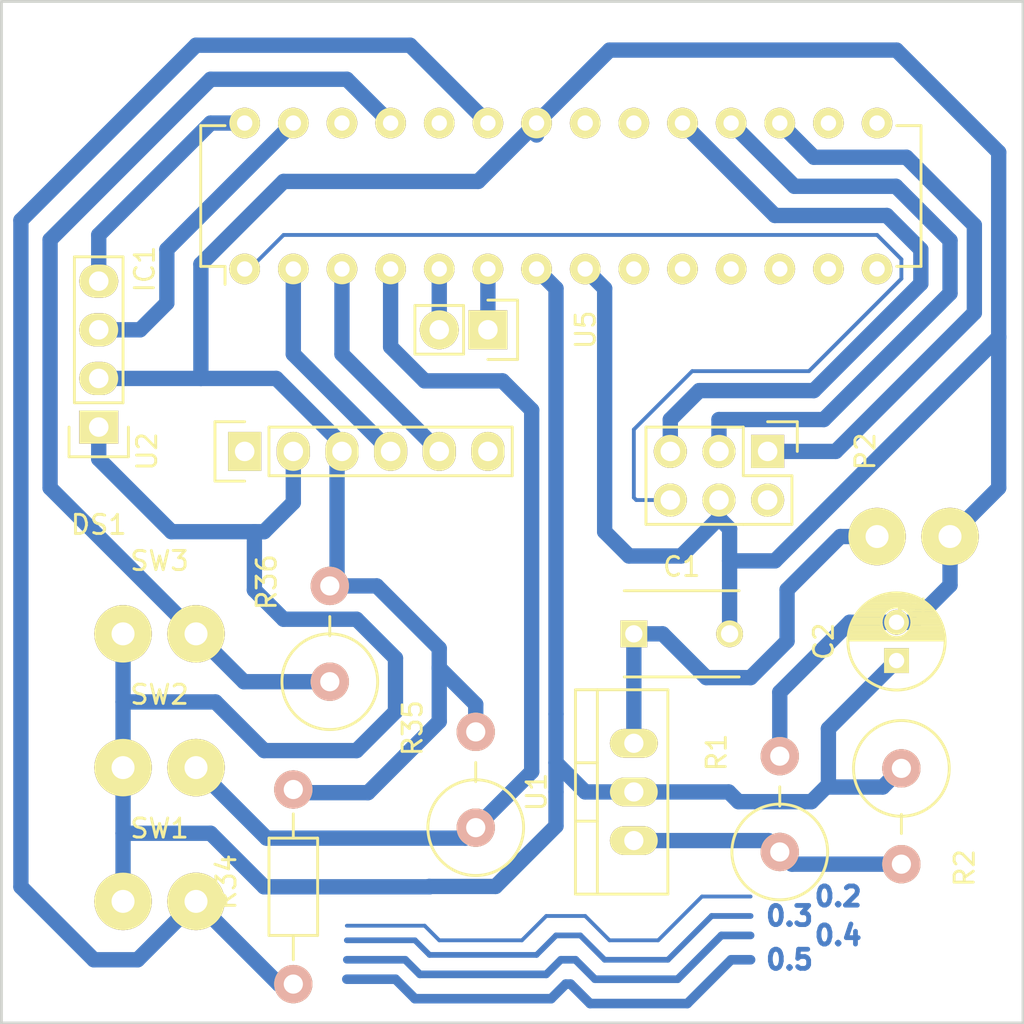
<source format=kicad_pcb>
(kicad_pcb (version 4) (host pcbnew 4.0.2-stable)

  (general
    (links 39)
    (no_connects 0)
    (area 90.070238 60.884999 143.585001 114.375001)
    (thickness 1.6)
    (drawings 8)
    (tracks 205)
    (zones 0)
    (modules 17)
    (nets 18)
  )

  (page A4)
  (layers
    (0 F.Cu signal hide)
    (31 B.Cu signal)
    (32 B.Adhes user hide)
    (33 F.Adhes user hide)
    (34 B.Paste user hide)
    (35 F.Paste user hide)
    (36 B.SilkS user hide)
    (37 F.SilkS user hide)
    (38 B.Mask user hide)
    (39 F.Mask user hide)
    (40 Dwgs.User user hide)
    (41 Cmts.User user hide)
    (42 Eco1.User user hide)
    (43 Eco2.User user hide)
    (44 Edge.Cuts user)
    (45 Margin user hide)
    (46 B.CrtYd user hide)
    (47 F.CrtYd user hide)
    (48 B.Fab user hide)
    (49 F.Fab user hide)
  )

  (setup
    (last_trace_width 0.8)
    (trace_clearance 0.2)
    (zone_clearance 0.508)
    (zone_45_only no)
    (trace_min 0.2)
    (segment_width 0.2)
    (edge_width 0.15)
    (via_size 0.8)
    (via_drill 0.4)
    (via_min_size 0.4)
    (via_min_drill 0.3)
    (uvia_size 0.3)
    (uvia_drill 0.1)
    (uvias_allowed no)
    (uvia_min_size 0.2)
    (uvia_min_drill 0.1)
    (pcb_text_width 0.3)
    (pcb_text_size 1.5 1.5)
    (mod_edge_width 0.15)
    (mod_text_size 1 1)
    (mod_text_width 0.15)
    (pad_size 1.524 1.524)
    (pad_drill 0.762)
    (pad_to_mask_clearance 0.2)
    (aux_axis_origin 0 0)
    (visible_elements 7FFC5401)
    (pcbplotparams
      (layerselection 0x00030_80000001)
      (usegerberextensions false)
      (excludeedgelayer true)
      (linewidth 0.100000)
      (plotframeref false)
      (viasonmask false)
      (mode 1)
      (useauxorigin false)
      (hpglpennumber 1)
      (hpglpenspeed 20)
      (hpglpendiameter 15)
      (hpglpenoverlay 2)
      (psnegative false)
      (psa4output false)
      (plotreference true)
      (plotvalue true)
      (plotinvisibletext false)
      (padsonsilk false)
      (subtractmaskfromsilk false)
      (outputformat 1)
      (mirror false)
      (drillshape 1)
      (scaleselection 1)
      (outputdirectory ../../../../Desktop/))
  )

  (net 0 "")
  (net 1 GND)
  (net 2 "Net-(DS1-Pad3)")
  (net 3 "Net-(DS1-Pad4)")
  (net 4 "Net-(IC1-Pad18)")
  (net 5 "Net-(IC1-Pad19)")
  (net 6 "Net-(IC1-Pad1)")
  (net 7 "Net-(IC1-Pad4)")
  (net 8 "Net-(IC1-Pad23)")
  (net 9 "Net-(IC1-Pad2)")
  (net 10 "Net-(IC1-Pad3)")
  (net 11 "Net-(IC1-Pad6)")
  (net 12 "Net-(IC1-Pad25)")
  (net 13 "Net-(C1-Pad1)")
  (net 14 /Controller/5V04)
  (net 15 "Net-(IC1-Pad5)")
  (net 16 "Net-(IC1-Pad17)")
  (net 17 "Net-(R1-Pad1)")

  (net_class Default "This is the default net class."
    (clearance 0.2)
    (trace_width 0.8)
    (via_dia 0.8)
    (via_drill 0.4)
    (uvia_dia 0.3)
    (uvia_drill 0.1)
    (add_net /Controller/5V04)
    (add_net GND)
    (add_net "Net-(C1-Pad1)")
    (add_net "Net-(DS1-Pad3)")
    (add_net "Net-(DS1-Pad4)")
    (add_net "Net-(IC1-Pad1)")
    (add_net "Net-(IC1-Pad17)")
    (add_net "Net-(IC1-Pad18)")
    (add_net "Net-(IC1-Pad19)")
    (add_net "Net-(IC1-Pad2)")
    (add_net "Net-(IC1-Pad23)")
    (add_net "Net-(IC1-Pad25)")
    (add_net "Net-(IC1-Pad3)")
    (add_net "Net-(IC1-Pad4)")
    (add_net "Net-(IC1-Pad5)")
    (add_net "Net-(IC1-Pad6)")
    (add_net "Net-(R1-Pad1)")
  )

  (net_class test ""
    (clearance 0.2)
    (trace_width 0.2)
    (via_dia 0.6)
    (via_drill 0.4)
    (uvia_dia 0.3)
    (uvia_drill 0.1)
  )

  (module Capacitors_ThroughHole:C_Radial_D5_L11_P2 placed (layer F.Cu) (tedit 0) (tstamp 57469FC0)
    (at 136.906 95.377 90)
    (descr "Radial Electrolytic Capacitor 5mm x Length 11mm, Pitch 2mm")
    (tags "Electrolytic Capacitor")
    (path /5717B094/573DC418)
    (fp_text reference C2 (at 1 -3.8 90) (layer F.SilkS)
      (effects (font (size 1 1) (thickness 0.15)))
    )
    (fp_text value 1uF (at 1 3.8 90) (layer F.Fab)
      (effects (font (size 1 1) (thickness 0.15)))
    )
    (fp_line (start 1.075 -2.499) (end 1.075 2.499) (layer F.SilkS) (width 0.15))
    (fp_line (start 1.215 -2.491) (end 1.215 -0.154) (layer F.SilkS) (width 0.15))
    (fp_line (start 1.215 0.154) (end 1.215 2.491) (layer F.SilkS) (width 0.15))
    (fp_line (start 1.355 -2.475) (end 1.355 -0.473) (layer F.SilkS) (width 0.15))
    (fp_line (start 1.355 0.473) (end 1.355 2.475) (layer F.SilkS) (width 0.15))
    (fp_line (start 1.495 -2.451) (end 1.495 -0.62) (layer F.SilkS) (width 0.15))
    (fp_line (start 1.495 0.62) (end 1.495 2.451) (layer F.SilkS) (width 0.15))
    (fp_line (start 1.635 -2.418) (end 1.635 -0.712) (layer F.SilkS) (width 0.15))
    (fp_line (start 1.635 0.712) (end 1.635 2.418) (layer F.SilkS) (width 0.15))
    (fp_line (start 1.775 -2.377) (end 1.775 -0.768) (layer F.SilkS) (width 0.15))
    (fp_line (start 1.775 0.768) (end 1.775 2.377) (layer F.SilkS) (width 0.15))
    (fp_line (start 1.915 -2.327) (end 1.915 -0.795) (layer F.SilkS) (width 0.15))
    (fp_line (start 1.915 0.795) (end 1.915 2.327) (layer F.SilkS) (width 0.15))
    (fp_line (start 2.055 -2.266) (end 2.055 -0.798) (layer F.SilkS) (width 0.15))
    (fp_line (start 2.055 0.798) (end 2.055 2.266) (layer F.SilkS) (width 0.15))
    (fp_line (start 2.195 -2.196) (end 2.195 -0.776) (layer F.SilkS) (width 0.15))
    (fp_line (start 2.195 0.776) (end 2.195 2.196) (layer F.SilkS) (width 0.15))
    (fp_line (start 2.335 -2.114) (end 2.335 -0.726) (layer F.SilkS) (width 0.15))
    (fp_line (start 2.335 0.726) (end 2.335 2.114) (layer F.SilkS) (width 0.15))
    (fp_line (start 2.475 -2.019) (end 2.475 -0.644) (layer F.SilkS) (width 0.15))
    (fp_line (start 2.475 0.644) (end 2.475 2.019) (layer F.SilkS) (width 0.15))
    (fp_line (start 2.615 -1.908) (end 2.615 -0.512) (layer F.SilkS) (width 0.15))
    (fp_line (start 2.615 0.512) (end 2.615 1.908) (layer F.SilkS) (width 0.15))
    (fp_line (start 2.755 -1.78) (end 2.755 -0.265) (layer F.SilkS) (width 0.15))
    (fp_line (start 2.755 0.265) (end 2.755 1.78) (layer F.SilkS) (width 0.15))
    (fp_line (start 2.895 -1.631) (end 2.895 1.631) (layer F.SilkS) (width 0.15))
    (fp_line (start 3.035 -1.452) (end 3.035 1.452) (layer F.SilkS) (width 0.15))
    (fp_line (start 3.175 -1.233) (end 3.175 1.233) (layer F.SilkS) (width 0.15))
    (fp_line (start 3.315 -0.944) (end 3.315 0.944) (layer F.SilkS) (width 0.15))
    (fp_line (start 3.455 -0.472) (end 3.455 0.472) (layer F.SilkS) (width 0.15))
    (fp_circle (center 2 0) (end 2 -0.8) (layer F.SilkS) (width 0.15))
    (fp_circle (center 1 0) (end 1 -2.5375) (layer F.SilkS) (width 0.15))
    (fp_circle (center 1 0) (end 1 -2.8) (layer F.CrtYd) (width 0.05))
    (pad 1 thru_hole rect (at 0 0 90) (size 1.3 1.3) (drill 0.8) (layers *.Cu *.Mask F.SilkS)
      (net 14 /Controller/5V04))
    (pad 2 thru_hole circle (at 2 0 90) (size 1.3 1.3) (drill 0.8) (layers *.Cu *.Mask F.SilkS)
      (net 1 GND))
    (model Capacitors_ThroughHole.3dshapes/C_Radial_D5_L11_P2.wrl
      (at (xyz 0 0 0))
      (scale (xyz 1 1 1))
      (rotate (xyz 0 0 0))
    )
  )

  (module Resistors_ThroughHole:Resistor_Vertical_RM5mm placed (layer F.Cu) (tedit 0) (tstamp 573386CC)
    (at 114.935 101.6 90)
    (descr "Resistor, Vertical, RM 5mm, 1/3W,")
    (tags "Resistor, Vertical, RM 5mm, 1/3W,")
    (path /5717B094/5717E455)
    (fp_text reference R35 (at 2.70002 -3.29946 90) (layer F.SilkS)
      (effects (font (size 1 1) (thickness 0.15)))
    )
    (fp_text value 1k (at 0 4.50088 90) (layer F.Fab)
      (effects (font (size 1 1) (thickness 0.15)))
    )
    (fp_line (start -0.09906 0) (end 0.9017 0) (layer F.SilkS) (width 0.15))
    (fp_circle (center -2.49936 0) (end 0 0) (layer F.SilkS) (width 0.15))
    (pad 1 thru_hole circle (at -2.49936 0 90) (size 1.99898 1.99898) (drill 1.00076) (layers *.Cu *.SilkS *.Mask)
      (net 7 "Net-(IC1-Pad4)"))
    (pad 2 thru_hole circle (at 2.5019 0 90) (size 1.99898 1.99898) (drill 1.00076) (layers *.Cu *.SilkS *.Mask)
      (net 1 GND))
  )

  (module Resistors_ThroughHole:Resistor_Vertical_RM5mm placed (layer F.Cu) (tedit 0) (tstamp 573386D2)
    (at 107.315 93.98 90)
    (descr "Resistor, Vertical, RM 5mm, 1/3W,")
    (tags "Resistor, Vertical, RM 5mm, 1/3W,")
    (path /5717B094/5717E48F)
    (fp_text reference R36 (at 2.70002 -3.29946 90) (layer F.SilkS)
      (effects (font (size 1 1) (thickness 0.15)))
    )
    (fp_text value 1k (at 0 4.50088 90) (layer F.Fab)
      (effects (font (size 1 1) (thickness 0.15)))
    )
    (fp_line (start -0.09906 0) (end 0.9017 0) (layer F.SilkS) (width 0.15))
    (fp_circle (center -2.49936 0) (end 0 0) (layer F.SilkS) (width 0.15))
    (pad 1 thru_hole circle (at -2.49936 0 90) (size 1.99898 1.99898) (drill 1.00076) (layers *.Cu *.SilkS *.Mask)
      (net 12 "Net-(IC1-Pad25)"))
    (pad 2 thru_hole circle (at 2.5019 0 90) (size 1.99898 1.99898) (drill 1.00076) (layers *.Cu *.SilkS *.Mask)
      (net 1 GND))
  )

  (module Housings_DIP:DIP-28_W7.62mm placed (layer F.Cu) (tedit 54130A77) (tstamp 57339A5B)
    (at 102.87 74.93 90)
    (descr "28-lead dip package, row spacing 7.62 mm (300 mils)")
    (tags "dil dip 2.54 300")
    (path /5717B094/573E38C5)
    (fp_text reference IC1 (at 0 -5.22 90) (layer F.SilkS)
      (effects (font (size 1 1) (thickness 0.15)))
    )
    (fp_text value ATMEGA168-P (at 0 -3.72 90) (layer F.Fab)
      (effects (font (size 1 1) (thickness 0.15)))
    )
    (fp_line (start -1.05 -2.45) (end -1.05 35.5) (layer F.CrtYd) (width 0.05))
    (fp_line (start 8.65 -2.45) (end 8.65 35.5) (layer F.CrtYd) (width 0.05))
    (fp_line (start -1.05 -2.45) (end 8.65 -2.45) (layer F.CrtYd) (width 0.05))
    (fp_line (start -1.05 35.5) (end 8.65 35.5) (layer F.CrtYd) (width 0.05))
    (fp_line (start 0.135 -2.295) (end 0.135 -1.025) (layer F.SilkS) (width 0.15))
    (fp_line (start 7.485 -2.295) (end 7.485 -1.025) (layer F.SilkS) (width 0.15))
    (fp_line (start 7.485 35.315) (end 7.485 34.045) (layer F.SilkS) (width 0.15))
    (fp_line (start 0.135 35.315) (end 0.135 34.045) (layer F.SilkS) (width 0.15))
    (fp_line (start 0.135 -2.295) (end 7.485 -2.295) (layer F.SilkS) (width 0.15))
    (fp_line (start 0.135 35.315) (end 7.485 35.315) (layer F.SilkS) (width 0.15))
    (fp_line (start 0.135 -1.025) (end -0.8 -1.025) (layer F.SilkS) (width 0.15))
    (pad 1 thru_hole oval (at 0 0 90) (size 1.6 1.6) (drill 0.8) (layers *.Cu *.Mask F.SilkS)
      (net 6 "Net-(IC1-Pad1)"))
    (pad 2 thru_hole oval (at 0 2.54 90) (size 1.6 1.6) (drill 0.8) (layers *.Cu *.Mask F.SilkS)
      (net 9 "Net-(IC1-Pad2)"))
    (pad 3 thru_hole oval (at 0 5.08 90) (size 1.6 1.6) (drill 0.8) (layers *.Cu *.Mask F.SilkS)
      (net 10 "Net-(IC1-Pad3)"))
    (pad 4 thru_hole oval (at 0 7.62 90) (size 1.6 1.6) (drill 0.8) (layers *.Cu *.Mask F.SilkS)
      (net 7 "Net-(IC1-Pad4)"))
    (pad 5 thru_hole oval (at 0 10.16 90) (size 1.6 1.6) (drill 0.8) (layers *.Cu *.Mask F.SilkS)
      (net 15 "Net-(IC1-Pad5)"))
    (pad 6 thru_hole oval (at 0 12.7 90) (size 1.6 1.6) (drill 0.8) (layers *.Cu *.Mask F.SilkS)
      (net 11 "Net-(IC1-Pad6)"))
    (pad 7 thru_hole oval (at 0 15.24 90) (size 1.6 1.6) (drill 0.8) (layers *.Cu *.Mask F.SilkS)
      (net 14 /Controller/5V04))
    (pad 8 thru_hole oval (at 0 17.78 90) (size 1.6 1.6) (drill 0.8) (layers *.Cu *.Mask F.SilkS)
      (net 1 GND))
    (pad 9 thru_hole oval (at 0 20.32 90) (size 1.6 1.6) (drill 0.8) (layers *.Cu *.Mask F.SilkS))
    (pad 10 thru_hole oval (at 0 22.86 90) (size 1.6 1.6) (drill 0.8) (layers *.Cu *.Mask F.SilkS))
    (pad 11 thru_hole oval (at 0 25.4 90) (size 1.6 1.6) (drill 0.8) (layers *.Cu *.Mask F.SilkS))
    (pad 12 thru_hole oval (at 0 27.94 90) (size 1.6 1.6) (drill 0.8) (layers *.Cu *.Mask F.SilkS))
    (pad 13 thru_hole oval (at 0 30.48 90) (size 1.6 1.6) (drill 0.8) (layers *.Cu *.Mask F.SilkS))
    (pad 14 thru_hole oval (at 0 33.02 90) (size 1.6 1.6) (drill 0.8) (layers *.Cu *.Mask F.SilkS))
    (pad 15 thru_hole oval (at 7.62 33.02 90) (size 1.6 1.6) (drill 0.8) (layers *.Cu *.Mask F.SilkS))
    (pad 16 thru_hole oval (at 7.62 30.48 90) (size 1.6 1.6) (drill 0.8) (layers *.Cu *.Mask F.SilkS))
    (pad 17 thru_hole oval (at 7.62 27.94 90) (size 1.6 1.6) (drill 0.8) (layers *.Cu *.Mask F.SilkS)
      (net 16 "Net-(IC1-Pad17)"))
    (pad 18 thru_hole oval (at 7.62 25.4 90) (size 1.6 1.6) (drill 0.8) (layers *.Cu *.Mask F.SilkS)
      (net 4 "Net-(IC1-Pad18)"))
    (pad 19 thru_hole oval (at 7.62 22.86 90) (size 1.6 1.6) (drill 0.8) (layers *.Cu *.Mask F.SilkS)
      (net 5 "Net-(IC1-Pad19)"))
    (pad 20 thru_hole oval (at 7.62 20.32 90) (size 1.6 1.6) (drill 0.8) (layers *.Cu *.Mask F.SilkS))
    (pad 21 thru_hole oval (at 7.62 17.78 90) (size 1.6 1.6) (drill 0.8) (layers *.Cu *.Mask F.SilkS))
    (pad 22 thru_hole oval (at 7.62 15.24 90) (size 1.6 1.6) (drill 0.8) (layers *.Cu *.Mask F.SilkS)
      (net 1 GND))
    (pad 23 thru_hole oval (at 7.62 12.7 90) (size 1.6 1.6) (drill 0.8) (layers *.Cu *.Mask F.SilkS)
      (net 8 "Net-(IC1-Pad23)"))
    (pad 24 thru_hole oval (at 7.62 10.16 90) (size 1.6 1.6) (drill 0.8) (layers *.Cu *.Mask F.SilkS))
    (pad 25 thru_hole oval (at 7.62 7.62 90) (size 1.6 1.6) (drill 0.8) (layers *.Cu *.Mask F.SilkS)
      (net 12 "Net-(IC1-Pad25)"))
    (pad 26 thru_hole oval (at 7.62 5.08 90) (size 1.6 1.6) (drill 0.8) (layers *.Cu *.Mask F.SilkS))
    (pad 27 thru_hole oval (at 7.62 2.54 90) (size 1.6 1.6) (drill 0.8) (layers *.Cu *.Mask F.SilkS)
      (net 2 "Net-(DS1-Pad3)"))
    (pad 28 thru_hole oval (at 7.62 0 90) (size 1.6 1.6) (drill 0.8) (layers *.Cu *.Mask F.SilkS)
      (net 3 "Net-(DS1-Pad4)"))
    (model Housings_DIP.3dshapes/DIP-28_W7.62mm.wrl
      (at (xyz 0 0 0))
      (scale (xyz 1 1 1))
      (rotate (xyz 0 0 0))
    )
  )

  (module Capacitors_ThroughHole:C_Disc_D6_P5 placed (layer F.Cu) (tedit 0) (tstamp 573D8CD4)
    (at 123.19 93.98)
    (descr "Capacitor 6mm Disc, Pitch 5mm")
    (tags Capacitor)
    (path /5717B094/573DC3D7)
    (fp_text reference C1 (at 2.5 -3.5) (layer F.SilkS)
      (effects (font (size 1 1) (thickness 0.15)))
    )
    (fp_text value 0.1uF (at 2.5 3.5) (layer F.Fab)
      (effects (font (size 1 1) (thickness 0.15)))
    )
    (fp_line (start -0.95 -2.5) (end 5.95 -2.5) (layer F.CrtYd) (width 0.05))
    (fp_line (start 5.95 -2.5) (end 5.95 2.5) (layer F.CrtYd) (width 0.05))
    (fp_line (start 5.95 2.5) (end -0.95 2.5) (layer F.CrtYd) (width 0.05))
    (fp_line (start -0.95 2.5) (end -0.95 -2.5) (layer F.CrtYd) (width 0.05))
    (fp_line (start -0.5 -2.25) (end 5.5 -2.25) (layer F.SilkS) (width 0.15))
    (fp_line (start 5.5 2.25) (end -0.5 2.25) (layer F.SilkS) (width 0.15))
    (pad 1 thru_hole rect (at 0 0) (size 1.4 1.4) (drill 0.9) (layers *.Cu *.Mask F.SilkS)
      (net 13 "Net-(C1-Pad1)"))
    (pad 2 thru_hole circle (at 5 0) (size 1.4 1.4) (drill 0.9) (layers *.Cu *.Mask F.SilkS)
      (net 1 GND))
    (model Capacitors_ThroughHole.3dshapes/C_Disc_D6_P5.wrl
      (at (xyz 0.0984252 0 0))
      (scale (xyz 1 1 1))
      (rotate (xyz 0 0 0))
    )
  )

  (module Holes:SolderWirePad1mmmodified placed (layer F.Cu) (tedit 573C75B6) (tstamp 573D8CDE)
    (at 137.795 88.9 180)
    (path /5717B094/573DC88C)
    (fp_text reference P1 (at 0 -3.81 180) (layer F.SilkS)
      (effects (font (size 1 1) (thickness 0.15)))
    )
    (fp_text value 9V (at 0.635 3.81 180) (layer F.Fab)
      (effects (font (size 1 1) (thickness 0.15)))
    )
    (pad 1 thru_hole circle (at -1.905 0 180) (size 2.99974 2.99974) (drill 1.19888) (layers *.Cu *.Mask F.SilkS)
      (net 1 GND))
    (pad 2 thru_hole circle (at 1.905 0 180) (size 2.99974 2.99974) (drill 1.19888) (layers *.Cu *.Mask F.SilkS)
      (net 13 "Net-(C1-Pad1)"))
  )

  (module Pin_Headers:Pin_Header_Straight_2x03 placed (layer F.Cu) (tedit 54EA0A4B) (tstamp 573D8CEC)
    (at 130.175 84.455 270)
    (descr "Through hole pin header")
    (tags "pin header")
    (path /5717B094/573E0FB7)
    (fp_text reference P2 (at 0 -5.1 270) (layer F.SilkS)
      (effects (font (size 1 1) (thickness 0.15)))
    )
    (fp_text value SPI (at 0 -3.1 270) (layer F.Fab)
      (effects (font (size 1 1) (thickness 0.15)))
    )
    (fp_line (start -1.27 1.27) (end -1.27 6.35) (layer F.SilkS) (width 0.15))
    (fp_line (start -1.55 -1.55) (end 0 -1.55) (layer F.SilkS) (width 0.15))
    (fp_line (start -1.75 -1.75) (end -1.75 6.85) (layer F.CrtYd) (width 0.05))
    (fp_line (start 4.3 -1.75) (end 4.3 6.85) (layer F.CrtYd) (width 0.05))
    (fp_line (start -1.75 -1.75) (end 4.3 -1.75) (layer F.CrtYd) (width 0.05))
    (fp_line (start -1.75 6.85) (end 4.3 6.85) (layer F.CrtYd) (width 0.05))
    (fp_line (start 1.27 -1.27) (end 1.27 1.27) (layer F.SilkS) (width 0.15))
    (fp_line (start 1.27 1.27) (end -1.27 1.27) (layer F.SilkS) (width 0.15))
    (fp_line (start -1.27 6.35) (end 3.81 6.35) (layer F.SilkS) (width 0.15))
    (fp_line (start 3.81 6.35) (end 3.81 1.27) (layer F.SilkS) (width 0.15))
    (fp_line (start -1.55 -1.55) (end -1.55 0) (layer F.SilkS) (width 0.15))
    (fp_line (start 3.81 -1.27) (end 1.27 -1.27) (layer F.SilkS) (width 0.15))
    (fp_line (start 3.81 1.27) (end 3.81 -1.27) (layer F.SilkS) (width 0.15))
    (pad 1 thru_hole rect (at 0 0 270) (size 1.7272 1.7272) (drill 1.016) (layers *.Cu *.Mask F.SilkS)
      (net 16 "Net-(IC1-Pad17)"))
    (pad 2 thru_hole oval (at 2.54 0 270) (size 1.7272 1.7272) (drill 1.016) (layers *.Cu *.Mask F.SilkS))
    (pad 3 thru_hole oval (at 0 2.54 270) (size 1.7272 1.7272) (drill 1.016) (layers *.Cu *.Mask F.SilkS)
      (net 4 "Net-(IC1-Pad18)"))
    (pad 4 thru_hole oval (at 2.54 2.54 270) (size 1.7272 1.7272) (drill 1.016) (layers *.Cu *.Mask F.SilkS)
      (net 1 GND))
    (pad 5 thru_hole oval (at 0 5.08 270) (size 1.7272 1.7272) (drill 1.016) (layers *.Cu *.Mask F.SilkS)
      (net 5 "Net-(IC1-Pad19)"))
    (pad 6 thru_hole oval (at 2.54 5.08 270) (size 1.7272 1.7272) (drill 1.016) (layers *.Cu *.Mask F.SilkS)
      (net 6 "Net-(IC1-Pad1)"))
    (model Pin_Headers.3dshapes/Pin_Header_Straight_2x03.wrl
      (at (xyz 0.05 -0.1 0))
      (scale (xyz 1 1 1))
      (rotate (xyz 0 0 90))
    )
  )

  (module TO_SOT_Packages_THT:TO-220_Neutral123_Vertical placed (layer F.Cu) (tedit 0) (tstamp 573D8CF7)
    (at 123.19 102.235 90)
    (descr "TO-220, Neutral, Vertical,")
    (tags "TO-220, Neutral, Vertical,")
    (path /5717B094/573DC02D)
    (fp_text reference U1 (at 0 -5.08 90) (layer F.SilkS)
      (effects (font (size 1 1) (thickness 0.15)))
    )
    (fp_text value LM317_SOT223 (at 0 3.81 90) (layer F.Fab)
      (effects (font (size 1 1) (thickness 0.15)))
    )
    (fp_line (start -1.524 -3.048) (end -1.524 -1.905) (layer F.SilkS) (width 0.15))
    (fp_line (start 1.524 -3.048) (end 1.524 -1.905) (layer F.SilkS) (width 0.15))
    (fp_line (start 5.334 -1.905) (end 5.334 1.778) (layer F.SilkS) (width 0.15))
    (fp_line (start 5.334 1.778) (end -5.334 1.778) (layer F.SilkS) (width 0.15))
    (fp_line (start -5.334 1.778) (end -5.334 -1.905) (layer F.SilkS) (width 0.15))
    (fp_line (start 5.334 -3.048) (end 5.334 -1.905) (layer F.SilkS) (width 0.15))
    (fp_line (start 5.334 -1.905) (end -5.334 -1.905) (layer F.SilkS) (width 0.15))
    (fp_line (start -5.334 -1.905) (end -5.334 -3.048) (layer F.SilkS) (width 0.15))
    (fp_line (start 0 -3.048) (end -5.334 -3.048) (layer F.SilkS) (width 0.15))
    (fp_line (start 0 -3.048) (end 5.334 -3.048) (layer F.SilkS) (width 0.15))
    (pad 2 thru_hole oval (at 0 0 180) (size 2.49936 1.50114) (drill 1.00076) (layers *.Cu *.Mask F.SilkS)
      (net 14 /Controller/5V04))
    (pad 1 thru_hole oval (at -2.54 0 180) (size 2.49936 1.50114) (drill 1.00076) (layers *.Cu *.Mask F.SilkS)
      (net 17 "Net-(R1-Pad1)"))
    (pad 3 thru_hole oval (at 2.54 0 180) (size 2.49936 1.50114) (drill 1.00076) (layers *.Cu *.Mask F.SilkS)
      (net 13 "Net-(C1-Pad1)"))
    (model TO_SOT_Packages_THT.3dshapes/TO-220_Neutral123_Vertical.wrl
      (at (xyz 0 0 0))
      (scale (xyz 0.3937 0.3937 0.3937))
      (rotate (xyz 0 0 0))
    )
  )

  (module Pin_Headers:Pin_Header_Straight_1x06 placed (layer F.Cu) (tedit 0) (tstamp 573D8CFD)
    (at 102.87 84.455 90)
    (descr "Through hole pin header")
    (tags "pin header")
    (path /5717B094/573D88C1)
    (fp_text reference U2 (at 0 -5.1 90) (layer F.SilkS)
      (effects (font (size 1 1) (thickness 0.15)))
    )
    (fp_text value BlueSmirf (at 0 -3.1 90) (layer F.Fab)
      (effects (font (size 1 1) (thickness 0.15)))
    )
    (fp_line (start -1.75 -1.75) (end -1.75 14.45) (layer F.CrtYd) (width 0.05))
    (fp_line (start 1.75 -1.75) (end 1.75 14.45) (layer F.CrtYd) (width 0.05))
    (fp_line (start -1.75 -1.75) (end 1.75 -1.75) (layer F.CrtYd) (width 0.05))
    (fp_line (start -1.75 14.45) (end 1.75 14.45) (layer F.CrtYd) (width 0.05))
    (fp_line (start 1.27 1.27) (end 1.27 13.97) (layer F.SilkS) (width 0.15))
    (fp_line (start 1.27 13.97) (end -1.27 13.97) (layer F.SilkS) (width 0.15))
    (fp_line (start -1.27 13.97) (end -1.27 1.27) (layer F.SilkS) (width 0.15))
    (fp_line (start 1.55 -1.55) (end 1.55 0) (layer F.SilkS) (width 0.15))
    (fp_line (start 1.27 1.27) (end -1.27 1.27) (layer F.SilkS) (width 0.15))
    (fp_line (start -1.55 0) (end -1.55 -1.55) (layer F.SilkS) (width 0.15))
    (fp_line (start -1.55 -1.55) (end 1.55 -1.55) (layer F.SilkS) (width 0.15))
    (pad 1 thru_hole rect (at 0 0 90) (size 2.032 1.7272) (drill 1.016) (layers *.Cu *.Mask F.SilkS))
    (pad 2 thru_hole oval (at 0 2.54 90) (size 2.032 1.7272) (drill 1.016) (layers *.Cu *.Mask F.SilkS)
      (net 14 /Controller/5V04))
    (pad 3 thru_hole oval (at 0 5.08 90) (size 2.032 1.7272) (drill 1.016) (layers *.Cu *.Mask F.SilkS)
      (net 1 GND))
    (pad 4 thru_hole oval (at 0 7.62 90) (size 2.032 1.7272) (drill 1.016) (layers *.Cu *.Mask F.SilkS)
      (net 9 "Net-(IC1-Pad2)"))
    (pad 5 thru_hole oval (at 0 10.16 90) (size 2.032 1.7272) (drill 1.016) (layers *.Cu *.Mask F.SilkS)
      (net 10 "Net-(IC1-Pad3)"))
    (pad 6 thru_hole oval (at 0 12.7 90) (size 2.032 1.7272) (drill 1.016) (layers *.Cu *.Mask F.SilkS))
    (model Pin_Headers.3dshapes/Pin_Header_Straight_1x06.wrl
      (at (xyz 0 -0.25 0))
      (scale (xyz 1 1 1))
      (rotate (xyz 0 0 90))
    )
  )

  (module Pin_Headers:Pin_Header_Straight_1x04 placed (layer F.Cu) (tedit 0) (tstamp 573D8F11)
    (at 95.25 83.185 180)
    (descr "Through hole pin header")
    (tags "pin header")
    (path /5717B094/5717CD37)
    (fp_text reference DS1 (at 0 -5.1 180) (layer F.SilkS)
      (effects (font (size 1 1) (thickness 0.15)))
    )
    (fp_text value I2C_LCD16X2 (at 0 -3.1 180) (layer F.Fab)
      (effects (font (size 1 1) (thickness 0.15)))
    )
    (fp_line (start -1.75 -1.75) (end -1.75 9.4) (layer F.CrtYd) (width 0.05))
    (fp_line (start 1.75 -1.75) (end 1.75 9.4) (layer F.CrtYd) (width 0.05))
    (fp_line (start -1.75 -1.75) (end 1.75 -1.75) (layer F.CrtYd) (width 0.05))
    (fp_line (start -1.75 9.4) (end 1.75 9.4) (layer F.CrtYd) (width 0.05))
    (fp_line (start -1.27 1.27) (end -1.27 8.89) (layer F.SilkS) (width 0.15))
    (fp_line (start 1.27 1.27) (end 1.27 8.89) (layer F.SilkS) (width 0.15))
    (fp_line (start 1.55 -1.55) (end 1.55 0) (layer F.SilkS) (width 0.15))
    (fp_line (start -1.27 8.89) (end 1.27 8.89) (layer F.SilkS) (width 0.15))
    (fp_line (start 1.27 1.27) (end -1.27 1.27) (layer F.SilkS) (width 0.15))
    (fp_line (start -1.55 0) (end -1.55 -1.55) (layer F.SilkS) (width 0.15))
    (fp_line (start -1.55 -1.55) (end 1.55 -1.55) (layer F.SilkS) (width 0.15))
    (pad 1 thru_hole rect (at 0 0 180) (size 2.032 1.7272) (drill 1.016) (layers *.Cu *.Mask F.SilkS)
      (net 14 /Controller/5V04))
    (pad 2 thru_hole oval (at 0 2.54 180) (size 2.032 1.7272) (drill 1.016) (layers *.Cu *.Mask F.SilkS)
      (net 1 GND))
    (pad 3 thru_hole oval (at 0 5.08 180) (size 2.032 1.7272) (drill 1.016) (layers *.Cu *.Mask F.SilkS)
      (net 2 "Net-(DS1-Pad3)"))
    (pad 4 thru_hole oval (at 0 7.62 180) (size 2.032 1.7272) (drill 1.016) (layers *.Cu *.Mask F.SilkS)
      (net 3 "Net-(DS1-Pad4)"))
    (model Pin_Headers.3dshapes/Pin_Header_Straight_1x04.wrl
      (at (xyz 0 -0.15 0))
      (scale (xyz 1 1 1))
      (rotate (xyz 0 0 90))
    )
  )

  (module Resistors_ThroughHole:Resistor_Vertical_RM5mm (layer F.Cu) (tedit 0) (tstamp 573D90F6)
    (at 130.81 102.87 90)
    (descr "Resistor, Vertical, RM 5mm, 1/3W,")
    (tags "Resistor, Vertical, RM 5mm, 1/3W,")
    (path /5717B094/573DC39C)
    (fp_text reference R1 (at 2.70002 -3.29946 90) (layer F.SilkS)
      (effects (font (size 1 1) (thickness 0.15)))
    )
    (fp_text value 1k (at 0 4.50088 90) (layer F.Fab)
      (effects (font (size 1 1) (thickness 0.15)))
    )
    (fp_line (start -0.09906 0) (end 0.9017 0) (layer F.SilkS) (width 0.15))
    (fp_circle (center -2.49936 0) (end 0 0) (layer F.SilkS) (width 0.15))
    (pad 1 thru_hole circle (at -2.49936 0 90) (size 1.99898 1.99898) (drill 1.00076) (layers *.Cu *.SilkS *.Mask)
      (net 17 "Net-(R1-Pad1)"))
    (pad 2 thru_hole circle (at 2.5019 0 90) (size 1.99898 1.99898) (drill 1.00076) (layers *.Cu *.SilkS *.Mask)
      (net 1 GND))
  )

  (module Resistors_ThroughHole:Resistor_Vertical_RM5mm (layer F.Cu) (tedit 0) (tstamp 573D90FB)
    (at 137.16 103.505 270)
    (descr "Resistor, Vertical, RM 5mm, 1/3W,")
    (tags "Resistor, Vertical, RM 5mm, 1/3W,")
    (path /5717B094/573DC2FF)
    (fp_text reference R2 (at 2.70002 -3.29946 270) (layer F.SilkS)
      (effects (font (size 1 1) (thickness 0.15)))
    )
    (fp_text value 330 (at 0 4.50088 270) (layer F.Fab)
      (effects (font (size 1 1) (thickness 0.15)))
    )
    (fp_line (start -0.09906 0) (end 0.9017 0) (layer F.SilkS) (width 0.15))
    (fp_circle (center -2.49936 0) (end 0 0) (layer F.SilkS) (width 0.15))
    (pad 1 thru_hole circle (at -2.49936 0 270) (size 1.99898 1.99898) (drill 1.00076) (layers *.Cu *.SilkS *.Mask)
      (net 14 /Controller/5V04))
    (pad 2 thru_hole circle (at 2.5019 0 270) (size 1.99898 1.99898) (drill 1.00076) (layers *.Cu *.SilkS *.Mask)
      (net 17 "Net-(R1-Pad1)"))
  )

  (module Holes:SolderWirePad1mmmodified (layer F.Cu) (tedit 573C75B6) (tstamp 573D9100)
    (at 98.425 107.95)
    (path /5717B094/5717DAA2)
    (fp_text reference SW1 (at 0 -3.81) (layer F.SilkS)
      (effects (font (size 1 1) (thickness 0.15)))
    )
    (fp_text value Reverse (at 0.635 3.81) (layer F.Fab)
      (effects (font (size 1 1) (thickness 0.15)))
    )
    (pad 1 thru_hole circle (at -1.905 0) (size 2.99974 2.99974) (drill 1.19888) (layers *.Cu *.Mask F.SilkS)
      (net 14 /Controller/5V04))
    (pad 2 thru_hole circle (at 1.905 0) (size 2.99974 2.99974) (drill 1.19888) (layers *.Cu *.Mask F.SilkS)
      (net 8 "Net-(IC1-Pad23)"))
  )

  (module Holes:SolderWirePad1mmmodified (layer F.Cu) (tedit 573C75B6) (tstamp 573D9105)
    (at 98.425 100.965)
    (path /5717B094/5717DAF5)
    (fp_text reference SW2 (at 0 -3.81) (layer F.SilkS)
      (effects (font (size 1 1) (thickness 0.15)))
    )
    (fp_text value Pairing (at 0.635 3.81) (layer F.Fab)
      (effects (font (size 1 1) (thickness 0.15)))
    )
    (pad 1 thru_hole circle (at -1.905 0) (size 2.99974 2.99974) (drill 1.19888) (layers *.Cu *.Mask F.SilkS)
      (net 14 /Controller/5V04))
    (pad 2 thru_hole circle (at 1.905 0) (size 2.99974 2.99974) (drill 1.19888) (layers *.Cu *.Mask F.SilkS)
      (net 7 "Net-(IC1-Pad4)"))
  )

  (module Holes:SolderWirePad1mmmodified (layer F.Cu) (tedit 573C75B6) (tstamp 573D910A)
    (at 98.425 93.98)
    (path /5717B094/5717DB44)
    (fp_text reference SW3 (at 0 -3.81) (layer F.SilkS)
      (effects (font (size 1 1) (thickness 0.15)))
    )
    (fp_text value Lights (at 0.635 3.81) (layer F.Fab)
      (effects (font (size 1 1) (thickness 0.15)))
    )
    (pad 1 thru_hole circle (at -1.905 0) (size 2.99974 2.99974) (drill 1.19888) (layers *.Cu *.Mask F.SilkS)
      (net 14 /Controller/5V04))
    (pad 2 thru_hole circle (at 1.905 0) (size 2.99974 2.99974) (drill 1.19888) (layers *.Cu *.Mask F.SilkS)
      (net 12 "Net-(IC1-Pad25)"))
  )

  (module Pin_Headers:Pin_Header_Straight_1x02 (layer F.Cu) (tedit 54EA090C) (tstamp 573D925C)
    (at 115.57 78.105 270)
    (descr "Through hole pin header")
    (tags "pin header")
    (path /5717B094/5717C731)
    (fp_text reference U5 (at 0 -5.1 270) (layer F.SilkS)
      (effects (font (size 1 1) (thickness 0.15)))
    )
    (fp_text value Linkura (at 0 -3.1 270) (layer F.Fab)
      (effects (font (size 1 1) (thickness 0.15)))
    )
    (fp_line (start 1.27 1.27) (end 1.27 3.81) (layer F.SilkS) (width 0.15))
    (fp_line (start 1.55 -1.55) (end 1.55 0) (layer F.SilkS) (width 0.15))
    (fp_line (start -1.75 -1.75) (end -1.75 4.3) (layer F.CrtYd) (width 0.05))
    (fp_line (start 1.75 -1.75) (end 1.75 4.3) (layer F.CrtYd) (width 0.05))
    (fp_line (start -1.75 -1.75) (end 1.75 -1.75) (layer F.CrtYd) (width 0.05))
    (fp_line (start -1.75 4.3) (end 1.75 4.3) (layer F.CrtYd) (width 0.05))
    (fp_line (start 1.27 1.27) (end -1.27 1.27) (layer F.SilkS) (width 0.15))
    (fp_line (start -1.55 0) (end -1.55 -1.55) (layer F.SilkS) (width 0.15))
    (fp_line (start -1.55 -1.55) (end 1.55 -1.55) (layer F.SilkS) (width 0.15))
    (fp_line (start -1.27 1.27) (end -1.27 3.81) (layer F.SilkS) (width 0.15))
    (fp_line (start -1.27 3.81) (end 1.27 3.81) (layer F.SilkS) (width 0.15))
    (pad 1 thru_hole rect (at 0 0 270) (size 2.032 2.032) (drill 1.016) (layers *.Cu *.Mask F.SilkS)
      (net 11 "Net-(IC1-Pad6)"))
    (pad 2 thru_hole oval (at 0 2.54 270) (size 2.032 2.032) (drill 1.016) (layers *.Cu *.Mask F.SilkS)
      (net 15 "Net-(IC1-Pad5)"))
    (model Pin_Headers.3dshapes/Pin_Header_Straight_1x02.wrl
      (at (xyz 0 -0.05 0))
      (scale (xyz 1 1 1))
      (rotate (xyz 0 0 90))
    )
  )

  (module Resistors_ThroughHole:Resistor_Horizontal_RM10mm (layer F.Cu) (tedit 56648415) (tstamp 573386C6)
    (at 105.41 112.268 90)
    (descr "Resistor, Axial,  RM 10mm, 1/3W")
    (tags "Resistor Axial RM 10mm 1/3W")
    (path /5717B094/5717E19D)
    (fp_text reference R34 (at 5.32892 -3.50012 90) (layer F.SilkS)
      (effects (font (size 1 1) (thickness 0.15)))
    )
    (fp_text value 1k (at 5.08 3.81 90) (layer F.Fab)
      (effects (font (size 1 1) (thickness 0.15)))
    )
    (fp_line (start -1.25 -1.5) (end 11.4 -1.5) (layer F.CrtYd) (width 0.05))
    (fp_line (start -1.25 1.5) (end -1.25 -1.5) (layer F.CrtYd) (width 0.05))
    (fp_line (start 11.4 -1.5) (end 11.4 1.5) (layer F.CrtYd) (width 0.05))
    (fp_line (start -1.25 1.5) (end 11.4 1.5) (layer F.CrtYd) (width 0.05))
    (fp_line (start 2.54 -1.27) (end 7.62 -1.27) (layer F.SilkS) (width 0.15))
    (fp_line (start 7.62 -1.27) (end 7.62 1.27) (layer F.SilkS) (width 0.15))
    (fp_line (start 7.62 1.27) (end 2.54 1.27) (layer F.SilkS) (width 0.15))
    (fp_line (start 2.54 1.27) (end 2.54 -1.27) (layer F.SilkS) (width 0.15))
    (fp_line (start 2.54 0) (end 1.27 0) (layer F.SilkS) (width 0.15))
    (fp_line (start 7.62 0) (end 8.89 0) (layer F.SilkS) (width 0.15))
    (pad 1 thru_hole circle (at 0 0 90) (size 1.99898 1.99898) (drill 1.00076) (layers *.Cu *.SilkS *.Mask)
      (net 8 "Net-(IC1-Pad23)"))
    (pad 2 thru_hole circle (at 10.16 0 90) (size 1.99898 1.99898) (drill 1.00076) (layers *.Cu *.SilkS *.Mask)
      (net 1 GND))
    (model Resistors_ThroughHole.3dshapes/Resistor_Horizontal_RM10mm.wrl
      (at (xyz 0.2 0 0))
      (scale (xyz 0.4 0.4 0.4))
      (rotate (xyz 0 0 0))
    )
  )

  (gr_text 0.5 (at 131.318 110.998) (layer B.Cu)
    (effects (font (size 1 1) (thickness 0.25)))
  )
  (gr_text 0.4 (at 133.858 109.728) (layer B.Cu)
    (effects (font (size 1 1) (thickness 0.25)))
  )
  (gr_text 0.3 (at 131.318 108.712) (layer B.Cu)
    (effects (font (size 1 1) (thickness 0.25)))
  )
  (gr_text 0.2 (at 133.858 107.696) (layer B.Cu)
    (effects (font (size 1 1) (thickness 0.25)))
  )
  (gr_line (start 90.17 114.3) (end 90.17 60.96) (angle 90) (layer Edge.Cuts) (width 0.15))
  (gr_line (start 143.51 114.3) (end 90.17 114.3) (angle 90) (layer Edge.Cuts) (width 0.15))
  (gr_line (start 143.51 60.96) (end 143.51 114.3) (angle 90) (layer Edge.Cuts) (width 0.15))
  (gr_line (start 90.17 60.96) (end 143.51 60.96) (angle 90) (layer Edge.Cuts) (width 0.15))

  (segment (start 108.204 112.014) (end 110.744 112.014) (width 0.5) (layer B.Cu) (net 0))
  (segment (start 128.27 110.998) (end 129.286 110.998) (width 0.5) (layer B.Cu) (net 0) (tstamp 5746AE23))
  (segment (start 125.984 113.284) (end 128.27 110.998) (width 0.5) (layer B.Cu) (net 0) (tstamp 5746AE1F))
  (segment (start 120.904 113.284) (end 125.984 113.284) (width 0.5) (layer B.Cu) (net 0) (tstamp 5746AE1E))
  (segment (start 119.888 112.268) (end 120.904 113.284) (width 0.5) (layer B.Cu) (net 0) (tstamp 5746AE1C))
  (segment (start 119.634 112.268) (end 119.888 112.268) (width 0.5) (layer B.Cu) (net 0) (tstamp 5746AE1A))
  (segment (start 118.872 113.03) (end 119.634 112.268) (width 0.5) (layer B.Cu) (net 0) (tstamp 5746AE18))
  (segment (start 111.76 113.03) (end 118.872 113.03) (width 0.5) (layer B.Cu) (net 0) (tstamp 5746AE17))
  (segment (start 110.744 112.014) (end 111.76 113.03) (width 0.5) (layer B.Cu) (net 0) (tstamp 5746AE15))
  (segment (start 108.204 110.998) (end 111.252 110.998) (width 0.4) (layer B.Cu) (net 0))
  (segment (start 127.762 109.728) (end 129.286 109.728) (width 0.4) (layer B.Cu) (net 0) (tstamp 5746ADF9))
  (segment (start 125.476 112.014) (end 127.762 109.728) (width 0.4) (layer B.Cu) (net 0) (tstamp 5746ADF7))
  (segment (start 121.158 112.014) (end 125.476 112.014) (width 0.4) (layer B.Cu) (net 0) (tstamp 5746ADF4))
  (segment (start 120.142 110.998) (end 121.158 112.014) (width 0.4) (layer B.Cu) (net 0) (tstamp 5746ADF3))
  (segment (start 119.38 110.998) (end 120.142 110.998) (width 0.4) (layer B.Cu) (net 0) (tstamp 5746ADF2))
  (segment (start 118.618 111.76) (end 119.38 110.998) (width 0.4) (layer B.Cu) (net 0) (tstamp 5746ADF1))
  (segment (start 112.014 111.76) (end 118.618 111.76) (width 0.4) (layer B.Cu) (net 0) (tstamp 5746ADEF))
  (segment (start 111.252 110.998) (end 112.014 111.76) (width 0.4) (layer B.Cu) (net 0) (tstamp 5746ADED))
  (segment (start 108.204 109.982) (end 111.76 109.982) (width 0.3) (layer B.Cu) (net 0))
  (segment (start 127.254 108.712) (end 129.286 108.712) (width 0.3) (layer B.Cu) (net 0) (tstamp 5746ADDA))
  (segment (start 124.968 110.998) (end 127.254 108.712) (width 0.3) (layer B.Cu) (net 0) (tstamp 5746ADD6))
  (segment (start 121.666 110.998) (end 124.968 110.998) (width 0.3) (layer B.Cu) (net 0) (tstamp 5746ADD5))
  (segment (start 120.396 109.728) (end 121.666 110.998) (width 0.3) (layer B.Cu) (net 0) (tstamp 5746ADD2))
  (segment (start 119.126 109.728) (end 120.396 109.728) (width 0.3) (layer B.Cu) (net 0) (tstamp 5746ADD0))
  (segment (start 118.11 110.744) (end 119.126 109.728) (width 0.3) (layer B.Cu) (net 0) (tstamp 5746ADCE))
  (segment (start 112.522 110.744) (end 118.11 110.744) (width 0.3) (layer B.Cu) (net 0) (tstamp 5746ADCA))
  (segment (start 111.76 109.982) (end 112.522 110.744) (width 0.3) (layer B.Cu) (net 0) (tstamp 5746ADC6))
  (segment (start 108.204 109.22) (end 112.268 109.22) (width 0.2) (layer B.Cu) (net 0))
  (segment (start 126.746 107.696) (end 129.286 107.696) (width 0.2) (layer B.Cu) (net 0) (tstamp 5746ADB5))
  (segment (start 124.46 109.982) (end 126.746 107.696) (width 0.2) (layer B.Cu) (net 0) (tstamp 5746ADB3))
  (segment (start 121.92 109.982) (end 124.46 109.982) (width 0.2) (layer B.Cu) (net 0) (tstamp 5746ADB1))
  (segment (start 120.65 108.712) (end 121.92 109.982) (width 0.2) (layer B.Cu) (net 0) (tstamp 5746ADAF))
  (segment (start 118.618 108.712) (end 120.65 108.712) (width 0.2) (layer B.Cu) (net 0) (tstamp 5746ADAD))
  (segment (start 117.348 109.982) (end 118.618 108.712) (width 0.2) (layer B.Cu) (net 0) (tstamp 5746ADAA))
  (segment (start 113.03 109.982) (end 117.348 109.982) (width 0.2) (layer B.Cu) (net 0) (tstamp 5746ADA8))
  (segment (start 112.268 109.22) (end 113.03 109.982) (width 0.2) (layer B.Cu) (net 0) (tstamp 5746ADA6))
  (segment (start 100.584 80.645) (end 100.584 74.676) (width 0.8) (layer B.Cu) (net 1))
  (segment (start 115.062 70.358) (end 118.11 67.31) (width 0.8) (layer B.Cu) (net 1) (tstamp 5746A8CE) (status 20))
  (segment (start 104.902 70.358) (end 115.062 70.358) (width 0.8) (layer B.Cu) (net 1) (tstamp 5746A8CA))
  (segment (start 100.584 74.676) (end 104.902 70.358) (width 0.8) (layer B.Cu) (net 1) (tstamp 5746A8C8))
  (segment (start 107.95 84.455) (end 107.95 84.074) (width 0.8) (layer B.Cu) (net 1) (status 30))
  (segment (start 107.95 84.074) (end 104.521 80.645) (width 0.8) (layer B.Cu) (net 1) (tstamp 5746A8AF) (status 10))
  (segment (start 104.521 80.645) (end 100.584 80.645) (width 0.8) (layer B.Cu) (net 1) (tstamp 5746A8B6))
  (segment (start 121.666 88.646) (end 121.666 75.946) (width 0.8) (layer B.Cu) (net 1))
  (segment (start 121.666 75.946) (end 120.65 74.93) (width 0.8) (layer B.Cu) (net 1) (tstamp 5746A869) (status 20))
  (segment (start 128.19 90.17) (end 130.556 90.17) (width 0.8) (layer B.Cu) (net 1))
  (segment (start 130.556 90.17) (end 142.24 78.486) (width 0.8) (layer B.Cu) (net 1) (tstamp 5746A843))
  (segment (start 105.5751 102.2731) (end 109.3089 102.2731) (width 0.8) (layer B.Cu) (net 1) (status 10))
  (segment (start 113.03 98.552) (end 109.3089 102.2731) (width 0.8) (layer B.Cu) (net 1) (tstamp 5746A128))
  (segment (start 113.03 98.552) (end 113.03 95.758) (width 0.8) (layer B.Cu) (net 1) (tstamp 5746A139))
  (segment (start 105.5751 102.2731) (end 105.41 102.108) (width 0.8) (layer B.Cu) (net 1) (tstamp 5746A778) (status 30))
  (segment (start 114.935 99.0981) (end 114.935 97.663) (width 0.8) (layer B.Cu) (net 1) (status 10))
  (segment (start 114.935 97.663) (end 113.03 95.758) (width 0.8) (layer B.Cu) (net 1) (tstamp 5746A136))
  (segment (start 107.315 91.4781) (end 109.7661 91.4781) (width 0.8) (layer B.Cu) (net 1) (status 10))
  (segment (start 113.03 94.742) (end 113.03 95.758) (width 0.8) (layer B.Cu) (net 1) (tstamp 5746A11E))
  (segment (start 109.7661 91.4781) (end 113.03 94.742) (width 0.8) (layer B.Cu) (net 1) (tstamp 5746A11B))
  (segment (start 130.81 100.3681) (end 130.81 97.028) (width 0.8) (layer B.Cu) (net 1) (status 10))
  (segment (start 134.461 93.377) (end 136.906 93.377) (width 0.8) (layer B.Cu) (net 1) (tstamp 5746A042) (status 20))
  (segment (start 130.81 97.028) (end 134.461 93.377) (width 0.8) (layer B.Cu) (net 1) (tstamp 5746A040))
  (segment (start 136.906 93.377) (end 137.763 93.377) (width 0.8) (layer B.Cu) (net 1) (status 10))
  (segment (start 139.7 91.44) (end 139.7 88.9) (width 0.8) (layer B.Cu) (net 1) (tstamp 5746A03D) (status 20))
  (segment (start 137.763 93.377) (end 139.7 91.44) (width 0.8) (layer B.Cu) (net 1) (tstamp 5746A03C))
  (segment (start 107.6938 84.455) (end 107.95 84.455) (width 0.8) (layer B.Cu) (net 1) (status 30))
  (segment (start 128.19 88.4968) (end 128.19 90.17) (width 0.8) (layer B.Cu) (net 1))
  (segment (start 128.19 90.17) (end 128.19 93.98) (width 0.8) (layer B.Cu) (net 1) (tstamp 5746A841) (status 20))
  (segment (start 95.25 80.645) (end 100.584 80.645) (width 0.8) (layer B.Cu) (net 1) (status 10))
  (segment (start 107.6938 91.0993) (end 107.315 91.4781) (width 0.8) (layer B.Cu) (net 1) (status 30))
  (segment (start 107.6938 84.455) (end 107.6938 91.0993) (width 0.8) (layer B.Cu) (net 1) (status 30))
  (segment (start 128.19 88.4968) (end 127.635 87.9418) (width 0.8) (layer B.Cu) (net 1))
  (segment (start 127.635 87.9418) (end 127.635 86.995) (width 0.8) (layer B.Cu) (net 1) (status 20))
  (segment (start 118.11 67.935) (end 118.11 67.31) (width 0.8) (layer B.Cu) (net 1) (status 30))
  (segment (start 142.24 86.36) (end 139.7 88.9) (width 0.8) (layer B.Cu) (net 1) (status 20))
  (segment (start 142.24 78.486) (end 142.24 86.36) (width 0.8) (layer B.Cu) (net 1) (tstamp 5746A84B))
  (segment (start 142.24 68.834) (end 142.24 78.486) (width 0.8) (layer B.Cu) (net 1))
  (segment (start 136.906 63.5) (end 142.24 68.834) (width 0.8) (layer B.Cu) (net 1))
  (segment (start 121.92 63.5) (end 136.906 63.5) (width 0.8) (layer B.Cu) (net 1))
  (segment (start 118.11 67.31) (end 121.92 63.5) (width 0.8) (layer B.Cu) (net 1) (status 10))
  (segment (start 125.6608 89.916) (end 127.635 87.9418) (width 0.8) (layer B.Cu) (net 1))
  (segment (start 122.936 89.916) (end 125.6608 89.916) (width 0.8) (layer B.Cu) (net 1))
  (segment (start 121.666 88.646) (end 122.936 89.916) (width 0.8) (layer B.Cu) (net 1))
  (segment (start 95.25 78.105) (end 97.409 78.105) (width 0.8) (layer B.Cu) (net 2) (status 10))
  (segment (start 98.806 73.914) (end 105.41 67.31) (width 0.8) (layer B.Cu) (net 2) (tstamp 5746A0A4) (status 20))
  (segment (start 98.806 76.708) (end 98.806 73.914) (width 0.8) (layer B.Cu) (net 2) (tstamp 5746A0A2))
  (segment (start 97.409 78.105) (end 98.806 76.708) (width 0.8) (layer B.Cu) (net 2) (tstamp 5746A09C))
  (segment (start 95.25 75.565) (end 95.25 73.152) (width 0.8) (layer B.Cu) (net 3) (status 10))
  (segment (start 101.092 67.31) (end 102.87 67.31) (width 0.8) (layer B.Cu) (net 3) (tstamp 5746A090) (status 20))
  (segment (start 95.25 73.152) (end 101.092 67.31) (width 0.8) (layer B.Cu) (net 3) (tstamp 5746A08B))
  (segment (start 131.572 70.612) (end 128.27 67.31) (width 0.8) (layer B.Cu) (net 4) (status 20))
  (segment (start 136.872 70.612) (end 131.572 70.612) (width 0.8) (layer B.Cu) (net 4))
  (segment (start 139.7 73.44) (end 136.872 70.612) (width 0.8) (layer B.Cu) (net 4))
  (segment (start 139.7 76.2) (end 139.7 73.44) (width 0.8) (layer B.Cu) (net 4))
  (segment (start 133.1086 82.7914) (end 139.7 76.2) (width 0.8) (layer B.Cu) (net 4))
  (segment (start 127.635 82.7914) (end 133.1086 82.7914) (width 0.8) (layer B.Cu) (net 4))
  (segment (start 127.635 84.455) (end 127.635 82.7914) (width 0.8) (layer B.Cu) (net 4) (status 10))
  (segment (start 130.556 72.136) (end 125.73 67.31) (width 0.8) (layer B.Cu) (net 5) (status 20))
  (segment (start 136.398 72.136) (end 130.556 72.136) (width 0.8) (layer B.Cu) (net 5))
  (segment (start 138.176 73.914) (end 136.398 72.136) (width 0.8) (layer B.Cu) (net 5))
  (segment (start 138.176 75.692) (end 138.176 73.914) (width 0.8) (layer B.Cu) (net 5))
  (segment (start 132.588 81.28) (end 138.176 75.692) (width 0.8) (layer B.Cu) (net 5))
  (segment (start 126.6064 81.28) (end 132.588 81.28) (width 0.8) (layer B.Cu) (net 5))
  (segment (start 125.095 82.7914) (end 126.6064 81.28) (width 0.8) (layer B.Cu) (net 5))
  (segment (start 125.095 84.455) (end 125.095 82.7914) (width 0.8) (layer B.Cu) (net 5) (status 10))
  (segment (start 125.095 86.995) (end 123.317 86.995) (width 0.2) (layer B.Cu) (net 6) (status 10))
  (segment (start 104.902 73.152) (end 103.124 74.93) (width 0.2) (layer B.Cu) (net 6) (tstamp 5746AA45) (status 20))
  (segment (start 135.89 73.152) (end 104.902 73.152) (width 0.2) (layer B.Cu) (net 6) (tstamp 5746AA40))
  (segment (start 137.16 74.422) (end 135.89 73.152) (width 0.2) (layer B.Cu) (net 6) (tstamp 5746AA3F))
  (segment (start 137.16 75.438) (end 137.16 74.422) (width 0.2) (layer B.Cu) (net 6) (tstamp 5746AA3D))
  (segment (start 132.334 80.264) (end 137.16 75.438) (width 0.2) (layer B.Cu) (net 6) (tstamp 5746AA38))
  (segment (start 126.238 80.264) (end 132.334 80.264) (width 0.2) (layer B.Cu) (net 6) (tstamp 5746AA35))
  (segment (start 123.19 83.312) (end 126.238 80.264) (width 0.2) (layer B.Cu) (net 6) (tstamp 5746AA31))
  (segment (start 123.19 86.868) (end 123.19 83.312) (width 0.2) (layer B.Cu) (net 6) (tstamp 5746AA2F))
  (segment (start 123.317 86.995) (end 123.19 86.868) (width 0.2) (layer B.Cu) (net 6) (tstamp 5746AA2C))
  (segment (start 103.124 74.93) (end 102.87 74.93) (width 0.2) (layer B.Cu) (net 6) (tstamp 5746AA47) (status 30))
  (segment (start 104.013 104.648) (end 114.3864 104.648) (width 0.8) (layer B.Cu) (net 7) (status 20))
  (segment (start 100.33 100.965) (end 104.013 104.648) (width 0.8) (layer B.Cu) (net 7) (status 10))
  (segment (start 110.49 78.994) (end 110.49 74.93) (width 0.8) (layer B.Cu) (net 7) (status 20))
  (segment (start 112.268 80.772) (end 110.49 78.994) (width 0.8) (layer B.Cu) (net 7))
  (segment (start 116.332 80.772) (end 112.268 80.772) (width 0.8) (layer B.Cu) (net 7))
  (segment (start 117.856 82.296) (end 116.332 80.772) (width 0.8) (layer B.Cu) (net 7))
  (segment (start 117.856 101.1784) (end 117.856 82.296) (width 0.8) (layer B.Cu) (net 7))
  (segment (start 114.3864 104.648) (end 117.856 101.1784) (width 0.8) (layer B.Cu) (net 7) (status 10))
  (segment (start 105.41 112.268) (end 104.648 112.268) (width 0.8) (layer B.Cu) (net 8) (status 30))
  (segment (start 104.648 112.268) (end 100.33 107.95) (width 0.8) (layer B.Cu) (net 8) (tstamp 5746A781) (status 30))
  (segment (start 97.282 110.998) (end 100.33 107.95) (width 0.8) (layer B.Cu) (net 8) (status 20))
  (segment (start 94.996 110.998) (end 97.282 110.998) (width 0.8) (layer B.Cu) (net 8))
  (segment (start 91.186 107.188) (end 94.996 110.998) (width 0.8) (layer B.Cu) (net 8))
  (segment (start 91.186 72.39) (end 91.186 107.188) (width 0.8) (layer B.Cu) (net 8))
  (segment (start 100.33 63.246) (end 91.186 72.39) (width 0.8) (layer B.Cu) (net 8))
  (segment (start 111.506 63.246) (end 100.33 63.246) (width 0.8) (layer B.Cu) (net 8))
  (segment (start 115.57 67.31) (end 111.506 63.246) (width 0.8) (layer B.Cu) (net 8) (status 10))
  (segment (start 105.41 79.375) (end 105.41 74.93) (width 0.8) (layer B.Cu) (net 9) (status 20))
  (segment (start 110.49 84.455) (end 105.41 79.375) (width 0.8) (layer B.Cu) (net 9) (status 10))
  (segment (start 107.95 79.375) (end 107.95 74.93) (width 0.8) (layer B.Cu) (net 10) (status 20))
  (segment (start 113.03 84.455) (end 107.95 79.375) (width 0.8) (layer B.Cu) (net 10) (status 10))
  (segment (start 115.57 78.105) (end 115.57 74.93) (width 0.8) (layer B.Cu) (net 11) (status 30))
  (segment (start 107.315 96.47936) (end 102.82936 96.47936) (width 0.8) (layer B.Cu) (net 12) (status 10))
  (segment (start 102.82936 96.47936) (end 100.33 93.98) (width 0.8) (layer B.Cu) (net 12) (tstamp 5746A185) (status 20))
  (segment (start 92.71 86.36) (end 100.33 93.98) (width 0.8) (layer B.Cu) (net 12) (status 20))
  (segment (start 92.71 73.406) (end 92.71 86.36) (width 0.8) (layer B.Cu) (net 12))
  (segment (start 101.092 65.024) (end 92.71 73.406) (width 0.8) (layer B.Cu) (net 12))
  (segment (start 108.204 65.024) (end 101.092 65.024) (width 0.8) (layer B.Cu) (net 12))
  (segment (start 110.49 67.31) (end 108.204 65.024) (width 0.8) (layer B.Cu) (net 12) (status 10))
  (segment (start 123.19 99.695) (end 123.19 93.98) (width 0.8) (layer B.Cu) (net 13) (status 30))
  (segment (start 126.976 96.266) (end 124.69 93.98) (width 0.8) (layer B.Cu) (net 13))
  (segment (start 129.286 96.266) (end 126.976 96.266) (width 0.8) (layer B.Cu) (net 13))
  (segment (start 131.191 94.361) (end 129.286 96.266) (width 0.8) (layer B.Cu) (net 13))
  (segment (start 131.191 91.681) (end 131.191 94.361) (width 0.8) (layer B.Cu) (net 13))
  (segment (start 133.972 88.9) (end 131.191 91.681) (width 0.8) (layer B.Cu) (net 13))
  (segment (start 135.89 88.9) (end 133.972 88.9) (width 0.8) (layer B.Cu) (net 13) (status 10))
  (segment (start 123.19 93.98) (end 124.69 93.98) (width 0.8) (layer B.Cu) (net 13) (status 10))
  (segment (start 123.19 102.235) (end 120.65 102.235) (width 0.8) (layer B.Cu) (net 14))
  (segment (start 120.65 102.235) (end 119.126 100.711) (width 0.8) (layer B.Cu) (net 14) (tstamp 5746AF5A))
  (segment (start 123.19 102.235) (end 128.143 102.235) (width 0.8) (layer B.Cu) (net 14))
  (segment (start 132.461 102.743) (end 133.35 101.854) (width 0.8) (layer B.Cu) (net 14) (tstamp 5746AF3F))
  (segment (start 128.651 102.743) (end 132.461 102.743) (width 0.8) (layer B.Cu) (net 14) (tstamp 5746AF3B))
  (segment (start 128.143 102.235) (end 128.651 102.743) (width 0.8) (layer B.Cu) (net 14) (tstamp 5746AF39))
  (segment (start 119.126 102.235) (end 119.253 102.235) (width 0.5) (layer B.Cu) (net 14) (tstamp 5746AF0A))
  (segment (start 119.253 102.235) (end 119.126 102.235) (width 0.5) (layer B.Cu) (net 14) (tstamp 5746AF0E))
  (segment (start 103.378 88.646) (end 103.886 88.646) (width 0.8) (layer B.Cu) (net 14))
  (segment (start 105.41 87.122) (end 105.41 84.455) (width 0.8) (layer B.Cu) (net 14) (tstamp 5746A89E) (status 20))
  (segment (start 103.886 88.646) (end 105.41 87.122) (width 0.8) (layer B.Cu) (net 14) (tstamp 5746A89B))
  (segment (start 119.126 104.013) (end 119.126 102.235) (width 0.8) (layer B.Cu) (net 14) (tstamp 5746A65B))
  (segment (start 115.969 107.17) (end 119.126 104.013) (width 0.8) (layer B.Cu) (net 14) (tstamp 5746A658))
  (segment (start 112.504 107.17) (end 115.969 107.17) (width 0.8) (layer B.Cu) (net 14) (tstamp 5746A657))
  (segment (start 112.522 107.188) (end 112.504 107.17) (width 0.8) (layer B.Cu) (net 14) (tstamp 5746A652))
  (segment (start 103.886 107.188) (end 112.522 107.188) (width 0.8) (layer B.Cu) (net 14) (tstamp 5746A64F))
  (segment (start 101.092 104.394) (end 103.886 107.188) (width 0.8) (layer B.Cu) (net 14) (tstamp 5746A64A))
  (segment (start 96.52 104.394) (end 101.092 104.394) (width 0.8) (layer B.Cu) (net 14))
  (segment (start 119.126 102.235) (end 119.126 100.711) (width 0.8) (layer B.Cu) (net 14) (tstamp 5746AF0F))
  (segment (start 119.126 100.711) (end 119.126 98.171) (width 0.8) (layer B.Cu) (net 14) (tstamp 5746AF61))
  (segment (start 119.126 75.946) (end 118.11 74.93) (width 0.8) (layer B.Cu) (net 14) (tstamp 5746A0CA) (status 20))
  (segment (start 119.126 98.171) (end 119.126 75.946) (width 0.8) (layer B.Cu) (net 14))
  (segment (start 96.52 104.394) (end 96.52 107.95) (width 0.8) (layer B.Cu) (net 14) (tstamp 5746A648) (status 20))
  (segment (start 96.52 97.536) (end 101.346 97.536) (width 0.8) (layer B.Cu) (net 14))
  (segment (start 103.378 91.694) (end 103.378 88.646) (width 0.8) (layer B.Cu) (net 14) (tstamp 5746A605))
  (segment (start 104.902 93.218) (end 103.378 91.694) (width 0.8) (layer B.Cu) (net 14) (tstamp 5746A602))
  (segment (start 108.712 93.218) (end 104.902 93.218) (width 0.8) (layer B.Cu) (net 14) (tstamp 5746A5FE))
  (segment (start 110.744 95.25) (end 108.712 93.218) (width 0.8) (layer B.Cu) (net 14) (tstamp 5746A5FC))
  (segment (start 110.744 98.044) (end 110.744 95.25) (width 0.8) (layer B.Cu) (net 14) (tstamp 5746A5FA))
  (segment (start 108.712 100.076) (end 110.744 98.044) (width 0.8) (layer B.Cu) (net 14) (tstamp 5746A5F5))
  (segment (start 103.886 100.076) (end 108.712 100.076) (width 0.8) (layer B.Cu) (net 14) (tstamp 5746A5F0))
  (segment (start 101.346 97.536) (end 103.886 100.076) (width 0.8) (layer B.Cu) (net 14) (tstamp 5746A5E8))
  (segment (start 133.35 101.9785) (end 133.35 101.854) (width 0.8) (layer B.Cu) (net 14))
  (segment (start 133.35 101.9785) (end 136.1871 101.9785) (width 0.8) (layer B.Cu) (net 14) (tstamp 5746A003))
  (segment (start 136.1871 101.9785) (end 137.16 101.0056) (width 0.8) (layer B.Cu) (net 14) (status 20))
  (segment (start 133.35 101.854) (end 133.35 98.933) (width 0.8) (layer B.Cu) (net 14) (tstamp 5746A04A))
  (segment (start 133.35 98.933) (end 136.906 95.377) (width 0.8) (layer B.Cu) (net 14) (tstamp 5746A005) (status 20))
  (segment (start 95.25 83.185) (end 95.25 84.8486) (width 0.8) (layer B.Cu) (net 14) (status 10))
  (segment (start 103.378 88.646) (end 99.0474 88.646) (width 0.8) (layer B.Cu) (net 14) (tstamp 5746A60A))
  (segment (start 99.0474 88.646) (end 95.25 84.8486) (width 0.8) (layer B.Cu) (net 14))
  (segment (start 96.52 93.98) (end 96.52 97.536) (width 0.8) (layer B.Cu) (net 14) (status 10))
  (segment (start 96.52 97.536) (end 96.52 100.965) (width 0.8) (layer B.Cu) (net 14) (tstamp 5746A5E6) (status 20))
  (segment (start 123.6089 102.235) (end 123.19 102.235) (width 0.8) (layer B.Cu) (net 14) (status 30))
  (segment (start 96.52 100.965) (end 96.52 104.394) (width 0.8) (layer B.Cu) (net 14) (status 10))
  (segment (start 113.03 78.105) (end 113.03 74.93) (width 0.8) (layer B.Cu) (net 15) (status 30))
  (segment (start 130.175 84.455) (end 133.731 84.455) (width 0.8) (layer B.Cu) (net 16) (status 10))
  (segment (start 132.5959 69.0959) (end 130.81 67.31) (width 0.8) (layer B.Cu) (net 16) (status 20))
  (segment (start 137.4219 69.0959) (end 132.5959 69.0959) (width 0.8) (layer B.Cu) (net 16))
  (segment (start 140.97 72.644) (end 137.4219 69.0959) (width 0.8) (layer B.Cu) (net 16))
  (segment (start 140.97 77.216) (end 140.97 72.644) (width 0.8) (layer B.Cu) (net 16))
  (segment (start 133.731 84.455) (end 140.97 77.216) (width 0.8) (layer B.Cu) (net 16))
  (segment (start 130.2156 104.775) (end 130.81 105.3694) (width 0.8) (layer B.Cu) (net 17) (status 30))
  (segment (start 123.19 104.775) (end 130.2156 104.775) (width 0.8) (layer B.Cu) (net 17) (status 30))
  (segment (start 131.4475 106.0069) (end 130.81 105.3694) (width 0.8) (layer B.Cu) (net 17) (status 30))
  (segment (start 137.16 106.0069) (end 131.4475 106.0069) (width 0.8) (layer B.Cu) (net 17) (status 30))

)

</source>
